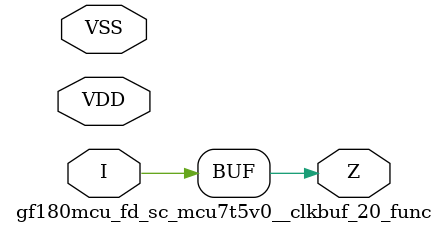
<source format=v>

module gf180mcu_fd_sc_mcu7t5v0__clkbuf_20_func( I, Z, VDD, VSS );
input I;
inout VDD, VSS;
output Z;

	buf MGM_BG_0( Z, I );

endmodule

</source>
